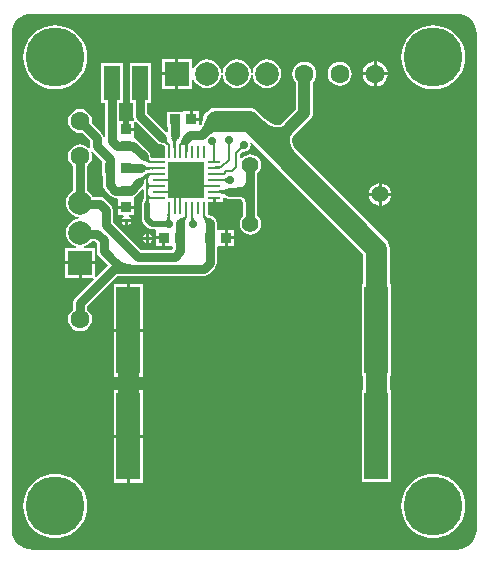
<source format=gtl>
G04 Layer_Physical_Order=1*
G04 Layer_Color=255*
%FSLAX44Y44*%
%MOMM*%
G71*
G01*
G75*
%ADD10R,0.8500X0.8500*%
%ADD11R,0.8500X0.8500*%
%ADD12R,3.1500X3.1500*%
%ADD13R,0.2500X1.0000*%
%ADD14R,1.0000X0.2500*%
%ADD15R,1.4000X3.0000*%
%ADD16R,2.0000X7.4000*%
%ADD17C,0.2000*%
%ADD18C,0.5000*%
%ADD19C,0.7500*%
%ADD20C,1.8000*%
%ADD21C,1.0000*%
%ADD22C,1.4000*%
%ADD23C,1.6000*%
%ADD24C,2.0000*%
%ADD25R,2.0000X2.0000*%
%ADD26R,2.0000X2.0000*%
%ADD27C,5.0000*%
%ADD28C,0.7000*%
%ADD29C,0.6000*%
G36*
X20000Y456890D02*
X380000D01*
X380048Y456900D01*
X383298Y456580D01*
X386469Y455618D01*
X389392Y454055D01*
X391953Y451953D01*
X394055Y449392D01*
X395618Y446469D01*
X396580Y443298D01*
X396900Y440048D01*
X396890Y440000D01*
Y20000D01*
X396900Y19952D01*
X396580Y16702D01*
X395618Y13531D01*
X394055Y10608D01*
X391953Y8047D01*
X389392Y5944D01*
X386469Y4382D01*
X383298Y3420D01*
X380048Y3100D01*
X380000Y3110D01*
X20000D01*
X20000Y3110D01*
Y3110D01*
X18756Y3218D01*
X16702Y3420D01*
X13531Y4382D01*
X10608Y5944D01*
X8047Y8047D01*
X5944Y10608D01*
X4382Y13531D01*
X3420Y16702D01*
X3100Y19952D01*
X3110Y20000D01*
Y440000D01*
X3110Y440000D01*
X3110D01*
X3218Y441244D01*
X3420Y443298D01*
X4382Y446469D01*
X5944Y449392D01*
X8047Y451953D01*
X10608Y454055D01*
X13531Y455618D01*
X16702Y456580D01*
X19952Y456900D01*
X20000Y456890D01*
D02*
G37*
%LPC*%
G36*
X191790Y265730D02*
X186270D01*
Y260210D01*
X191790D01*
Y265730D01*
D02*
G37*
G36*
X186270Y273790D02*
Y268270D01*
X191790D01*
Y273790D01*
X186270D01*
D02*
G37*
G36*
X114540Y228290D02*
X103270D01*
Y190020D01*
X114540D01*
Y228290D01*
D02*
G37*
G36*
X59730Y244730D02*
X48460D01*
Y233460D01*
X59730D01*
Y244730D01*
D02*
G37*
G36*
X313980Y313205D02*
X312760Y313044D01*
X310439Y312083D01*
X308446Y310554D01*
X306917Y308561D01*
X305956Y306240D01*
X305795Y305020D01*
X313980D01*
Y313205D01*
D02*
G37*
G36*
X316520Y313205D02*
Y305020D01*
X324705D01*
X324544Y306240D01*
X323583Y308561D01*
X322054Y310554D01*
X320061Y312083D01*
X317740Y313044D01*
X316520Y313205D01*
D02*
G37*
G36*
X324705Y302480D02*
X316520D01*
Y294295D01*
X317740Y294456D01*
X320061Y295417D01*
X322054Y296946D01*
X323583Y298939D01*
X324544Y301259D01*
X324705Y302480D01*
D02*
G37*
G36*
X313980D02*
X305795D01*
X305956Y301259D01*
X306917Y298939D01*
X308446Y296946D01*
X310439Y295417D01*
X312760Y294456D01*
X313980Y294295D01*
Y302480D01*
D02*
G37*
G36*
X100730Y228290D02*
X89460D01*
Y190020D01*
X100730D01*
Y228290D01*
D02*
G37*
G36*
Y97730D02*
X89460D01*
Y59460D01*
X100730D01*
Y97730D01*
D02*
G37*
G36*
X114540D02*
X103270D01*
Y59460D01*
X114540D01*
Y97730D01*
D02*
G37*
G36*
X40000Y67134D02*
X35755Y66800D01*
X31615Y65806D01*
X27682Y64176D01*
X24051Y61952D01*
X20814Y59186D01*
X18048Y55949D01*
X15824Y52318D01*
X14194Y48385D01*
X13200Y44245D01*
X12866Y40000D01*
X13200Y35755D01*
X14194Y31615D01*
X15824Y27682D01*
X18048Y24051D01*
X20814Y20814D01*
X24051Y18048D01*
X27682Y15824D01*
X31615Y14194D01*
X35755Y13200D01*
X40000Y12866D01*
X44245Y13200D01*
X48385Y14194D01*
X52318Y15824D01*
X55949Y18048D01*
X59186Y20814D01*
X61952Y24051D01*
X64176Y27682D01*
X65806Y31615D01*
X66800Y35755D01*
X67134Y40000D01*
X66800Y44245D01*
X65806Y48385D01*
X64176Y52318D01*
X61952Y55949D01*
X59186Y59186D01*
X55949Y61952D01*
X52318Y64176D01*
X48385Y65806D01*
X44245Y66800D01*
X40000Y67134D01*
D02*
G37*
G36*
X360000D02*
X355755Y66800D01*
X351615Y65806D01*
X347682Y64176D01*
X344051Y61952D01*
X340814Y59186D01*
X338048Y55949D01*
X335824Y52318D01*
X334194Y48385D01*
X333200Y44245D01*
X332866Y40000D01*
X333200Y35755D01*
X334194Y31615D01*
X335824Y27682D01*
X338048Y24051D01*
X340814Y20814D01*
X344051Y18048D01*
X347682Y15824D01*
X351615Y14194D01*
X355755Y13200D01*
X360000Y12866D01*
X364245Y13200D01*
X368385Y14194D01*
X372318Y15824D01*
X375949Y18048D01*
X379186Y20814D01*
X381952Y24051D01*
X384176Y27682D01*
X385806Y31615D01*
X386800Y35755D01*
X387134Y40000D01*
X386800Y44245D01*
X385806Y48385D01*
X384176Y52318D01*
X381952Y55949D01*
X379186Y59186D01*
X375949Y61952D01*
X372318Y64176D01*
X368385Y65806D01*
X364245Y66800D01*
X360000Y67134D01*
D02*
G37*
G36*
X100730Y187480D02*
X89460D01*
Y149210D01*
X100730D01*
Y187480D01*
D02*
G37*
G36*
X114540D02*
X103270D01*
Y149210D01*
X114540D01*
Y187480D01*
D02*
G37*
G36*
X100730Y138540D02*
X89460D01*
Y100270D01*
X100730D01*
Y138540D01*
D02*
G37*
G36*
X114540D02*
X103270D01*
Y100270D01*
X114540D01*
Y138540D01*
D02*
G37*
G36*
X360000Y447134D02*
X355755Y446800D01*
X351615Y445806D01*
X347682Y444176D01*
X344051Y441952D01*
X340814Y439186D01*
X338048Y435949D01*
X335824Y432318D01*
X334194Y428385D01*
X333200Y424245D01*
X332866Y420000D01*
X333200Y415755D01*
X334194Y411615D01*
X335824Y407682D01*
X338048Y404051D01*
X340814Y400814D01*
X344051Y398048D01*
X347682Y395824D01*
X351615Y394194D01*
X355755Y393200D01*
X360000Y392866D01*
X364245Y393200D01*
X368385Y394194D01*
X372318Y395824D01*
X375949Y398048D01*
X379186Y400814D01*
X381952Y404051D01*
X384176Y407682D01*
X385806Y411615D01*
X386800Y415755D01*
X387134Y420000D01*
X386800Y424245D01*
X385806Y428385D01*
X384176Y432318D01*
X381952Y435949D01*
X379186Y439186D01*
X375949Y441952D01*
X372318Y444176D01*
X368385Y445806D01*
X364245Y446800D01*
X360000Y447134D01*
D02*
G37*
G36*
X141630Y404730D02*
X130360D01*
Y393460D01*
X141630D01*
Y404730D01*
D02*
G37*
G36*
X155440Y418540D02*
X144170D01*
Y406000D01*
Y393460D01*
X155440D01*
Y402240D01*
X156710Y402492D01*
X157774Y399923D01*
X159706Y397406D01*
X162223Y395474D01*
X165154Y394260D01*
X168300Y393846D01*
X171446Y394260D01*
X174377Y395474D01*
X176894Y397406D01*
X178826Y399923D01*
X180040Y402854D01*
X180359Y405282D01*
X181640D01*
X181960Y402854D01*
X183174Y399923D01*
X185106Y397406D01*
X187623Y395474D01*
X190554Y394260D01*
X193700Y393846D01*
X196846Y394260D01*
X199777Y395474D01*
X202294Y397406D01*
X204226Y399923D01*
X205440Y402854D01*
X205760Y405282D01*
X207041D01*
X207360Y402854D01*
X208574Y399923D01*
X210506Y397406D01*
X213023Y395474D01*
X215954Y394260D01*
X219100Y393846D01*
X222246Y394260D01*
X225177Y395474D01*
X227694Y397406D01*
X229626Y399923D01*
X230840Y402854D01*
X231254Y406000D01*
X230840Y409146D01*
X229626Y412077D01*
X227694Y414594D01*
X225177Y416526D01*
X222246Y417740D01*
X219100Y418154D01*
X215954Y417740D01*
X213023Y416526D01*
X210506Y414594D01*
X208574Y412077D01*
X207360Y409146D01*
X207041Y406718D01*
X205760D01*
X205440Y409146D01*
X204226Y412077D01*
X202294Y414594D01*
X199777Y416526D01*
X196846Y417740D01*
X193700Y418154D01*
X190554Y417740D01*
X187623Y416526D01*
X185106Y414594D01*
X183174Y412077D01*
X181960Y409146D01*
X181640Y406718D01*
X180359D01*
X180040Y409146D01*
X178826Y412077D01*
X176894Y414594D01*
X174377Y416526D01*
X171446Y417740D01*
X168300Y418154D01*
X165154Y417740D01*
X162223Y416526D01*
X159706Y414594D01*
X157774Y412077D01*
X156710Y409507D01*
X155440Y409760D01*
Y418540D01*
D02*
G37*
G36*
X251000Y416137D02*
X248377Y415791D01*
X245932Y414779D01*
X243832Y413168D01*
X242221Y411068D01*
X241209Y408624D01*
X240863Y406000D01*
X241209Y403376D01*
X242221Y400932D01*
X243832Y398832D01*
X243889Y398789D01*
Y375945D01*
X236232Y368289D01*
X231265Y363506D01*
X230101Y362903D01*
X228874Y362596D01*
X227519Y362575D01*
X225982Y362869D01*
X224245Y363520D01*
X222320Y364559D01*
X220223Y366000D01*
X217971Y367850D01*
X216931Y368831D01*
X211881Y373881D01*
X209573Y375652D01*
X206885Y376766D01*
X204000Y377145D01*
X204000Y377145D01*
X176000D01*
X173115Y376766D01*
X170427Y375652D01*
X168119Y373881D01*
X166348Y371573D01*
X165235Y368885D01*
X165083Y367733D01*
X165025Y367583D01*
X164843Y366546D01*
X164601Y365595D01*
X164286Y364650D01*
X163895Y363711D01*
X163427Y362774D01*
X163060Y362148D01*
X161800Y362490D01*
X161790Y362496D01*
Y365980D01*
X155000D01*
Y367250D01*
X153730D01*
Y374040D01*
X148367D01*
X148210Y374040D01*
X147143Y373550D01*
X146940Y373550D01*
X134700D01*
Y360950D01*
X135086D01*
Y357063D01*
X133816Y356547D01*
X121182Y369182D01*
X121181Y369182D01*
X117914Y372449D01*
Y380950D01*
X121050D01*
Y415050D01*
X102950D01*
Y380950D01*
X106086D01*
Y370000D01*
X106537Y367737D01*
X107065Y366946D01*
X106310Y365790D01*
X105927Y365790D01*
X105927D01*
X105808Y365790D01*
X101270D01*
Y360270D01*
X106790D01*
Y364697D01*
X106790Y365094D01*
X107114Y365322D01*
X108060Y365577D01*
X112818Y360818D01*
X112818Y360818D01*
X125818Y347818D01*
X127737Y346536D01*
X129157Y346254D01*
X129301Y346203D01*
X129726Y346141D01*
X130000Y346086D01*
X130001Y346087D01*
X130263Y346027D01*
X130699Y345893D01*
X131136Y345722D01*
X131574Y345512D01*
X132015Y345261D01*
X132460Y344967D01*
X132700Y344787D01*
Y334300D01*
X121362D01*
X121325Y334364D01*
X121149Y334725D01*
X120991Y335115D01*
X120859Y335510D01*
X120619Y336515D01*
X120533Y337062D01*
X120466Y337246D01*
X120214Y338513D01*
X118932Y340432D01*
X110182Y349182D01*
X108263Y350463D01*
X107353Y350644D01*
X106713Y352067D01*
X106790Y352210D01*
X106790D01*
Y357730D01*
X100000D01*
Y359000D01*
X98730D01*
Y365790D01*
X93914D01*
Y380950D01*
X97050D01*
Y415050D01*
X78950D01*
Y380950D01*
X82086D01*
Y352614D01*
X80816Y352489D01*
X80463Y354263D01*
X79182Y356182D01*
X70930Y364433D01*
X71137Y366000D01*
X70791Y368624D01*
X69779Y371068D01*
X68168Y373168D01*
X66068Y374779D01*
X63624Y375791D01*
X61000Y376137D01*
X58376Y375791D01*
X55932Y374779D01*
X53832Y373168D01*
X52221Y371068D01*
X51209Y368624D01*
X50863Y366000D01*
X51209Y363376D01*
X52221Y360932D01*
X53832Y358832D01*
X55932Y357221D01*
X58376Y356209D01*
X61000Y355863D01*
X62567Y356070D01*
X69086Y349551D01*
Y345000D01*
X69340Y343727D01*
X68206Y343186D01*
X68154Y343178D01*
X66068Y344779D01*
X63624Y345791D01*
X61000Y346137D01*
X58376Y345791D01*
X55932Y344779D01*
X53832Y343168D01*
X52221Y341068D01*
X51209Y338624D01*
X50863Y336000D01*
X51209Y333376D01*
X52221Y330932D01*
X53832Y328832D01*
X55086Y327870D01*
Y307393D01*
X54923Y307326D01*
X52406Y305394D01*
X50474Y302877D01*
X49260Y299946D01*
X48846Y296800D01*
X49260Y293654D01*
X50474Y290723D01*
X52406Y288206D01*
X54923Y286274D01*
X57854Y285060D01*
X60282Y284741D01*
Y283459D01*
X57854Y283140D01*
X54923Y281926D01*
X52406Y279994D01*
X50474Y277477D01*
X49260Y274546D01*
X48846Y271400D01*
X49260Y268254D01*
X50474Y265323D01*
X52406Y262806D01*
X54923Y260874D01*
X57492Y259810D01*
X57240Y258540D01*
X48460D01*
Y247270D01*
X61000D01*
X73540D01*
Y258540D01*
X64760D01*
X64507Y259810D01*
X67077Y260874D01*
X69594Y262806D01*
X71037Y264686D01*
X72951D01*
X75086Y262551D01*
Y256000D01*
X75536Y253737D01*
X76818Y251818D01*
X84637Y244000D01*
X74810Y234173D01*
X73540Y234699D01*
Y244730D01*
X62270D01*
Y233460D01*
X72301D01*
X72827Y232190D01*
X56818Y216182D01*
X55536Y214263D01*
X55086Y212000D01*
Y206130D01*
X53832Y205167D01*
X52221Y203068D01*
X51209Y200623D01*
X50863Y198000D01*
X51209Y195376D01*
X52221Y192931D01*
X53832Y190832D01*
X55932Y189221D01*
X58376Y188208D01*
X61000Y187863D01*
X63624Y188208D01*
X66068Y189221D01*
X68168Y190832D01*
X69779Y192931D01*
X70791Y195376D01*
X71137Y198000D01*
X70791Y200623D01*
X69779Y203068D01*
X68168Y205167D01*
X66914Y206130D01*
Y209550D01*
X92450Y235086D01*
X166000D01*
X168263Y235536D01*
X170182Y236818D01*
X175182Y241818D01*
X176464Y243737D01*
X176914Y246000D01*
Y259408D01*
X178184Y260222D01*
X178210Y260210D01*
X178367Y260210D01*
X183730D01*
Y267000D01*
Y273790D01*
X178367D01*
X178210Y273790D01*
X178184Y273778D01*
X176914Y274592D01*
Y280000D01*
X176464Y282263D01*
X175182Y284182D01*
X173263Y285464D01*
X172053Y285704D01*
X171880Y285772D01*
X170719Y285982D01*
X170279Y286094D01*
X169860Y286225D01*
X169483Y286367D01*
X169300Y286451D01*
Y297210D01*
X173230D01*
Y301000D01*
X175770D01*
Y297210D01*
X182040D01*
Y300872D01*
X183310Y301490D01*
X184737Y300536D01*
X187000Y300086D01*
X195233D01*
X196185Y299918D01*
X196993Y299649D01*
X197632Y299305D01*
X198140Y298890D01*
X198555Y298382D01*
X198899Y297743D01*
X199168Y296935D01*
X199336Y295983D01*
Y285620D01*
X198796Y285205D01*
X197345Y283314D01*
X196433Y281112D01*
X196122Y278750D01*
X196433Y276388D01*
X197345Y274186D01*
X198796Y272295D01*
X200686Y270845D01*
X202887Y269933D01*
X205250Y269622D01*
X207613Y269933D01*
X209814Y270845D01*
X211705Y272295D01*
X213155Y274186D01*
X214067Y276388D01*
X214378Y278750D01*
X214067Y281112D01*
X213155Y283314D01*
X211705Y285205D01*
X211164Y285620D01*
Y306000D01*
Y321880D01*
X211705Y322295D01*
X213155Y324186D01*
X214067Y326387D01*
X214378Y328750D01*
X214067Y331113D01*
X213155Y333314D01*
X211705Y335205D01*
X209814Y336655D01*
X207613Y337567D01*
X205250Y337878D01*
X202887Y337567D01*
X200686Y336655D01*
X198796Y335205D01*
X197771Y333869D01*
X196501Y334300D01*
Y337853D01*
X198698Y340051D01*
X199750Y339841D01*
X201915Y340272D01*
X203751Y341499D01*
X204978Y343335D01*
X205409Y345500D01*
X205028Y347414D01*
X205793Y348035D01*
X206075Y348163D01*
X216119Y338119D01*
X216119Y338119D01*
X300855Y253384D01*
Y227800D01*
X299950D01*
Y149700D01*
X300855D01*
Y138050D01*
X299950D01*
Y59950D01*
X324050D01*
Y138050D01*
X323145D01*
Y149700D01*
X324050D01*
Y227800D01*
X323145D01*
Y258000D01*
X323145Y258000D01*
X322766Y260885D01*
X321652Y263573D01*
X319881Y265881D01*
X319881Y265881D01*
X246831Y338931D01*
X245849Y339972D01*
X244000Y342223D01*
X242559Y344320D01*
X241520Y346245D01*
X240869Y347982D01*
X240575Y349519D01*
X240596Y350874D01*
X240903Y352101D01*
X241248Y352767D01*
X244613Y356557D01*
X256028Y367972D01*
X257158Y369445D01*
X257869Y371160D01*
X258111Y373000D01*
Y398789D01*
X258168Y398832D01*
X259779Y400932D01*
X260791Y403376D01*
X261137Y406000D01*
X260791Y408624D01*
X259779Y411068D01*
X258168Y413168D01*
X256068Y414779D01*
X253624Y415791D01*
X251000Y416137D01*
D02*
G37*
G36*
X156270Y374040D02*
Y368520D01*
X161790D01*
Y374040D01*
X156270D01*
D02*
G37*
G36*
X40000Y447134D02*
X35755Y446800D01*
X31615Y445806D01*
X27682Y444176D01*
X24051Y441952D01*
X20814Y439186D01*
X18048Y435949D01*
X15824Y432318D01*
X14194Y428385D01*
X13200Y424245D01*
X12866Y420000D01*
X13200Y415755D01*
X14194Y411615D01*
X15824Y407682D01*
X18048Y404051D01*
X20814Y400814D01*
X24051Y398048D01*
X27682Y395824D01*
X31615Y394194D01*
X35755Y393200D01*
X40000Y392866D01*
X44245Y393200D01*
X48385Y394194D01*
X52318Y395824D01*
X55949Y398048D01*
X59186Y400814D01*
X61952Y404051D01*
X64176Y407682D01*
X65806Y411615D01*
X66800Y415755D01*
X67134Y420000D01*
X66800Y424245D01*
X65806Y428385D01*
X64176Y432318D01*
X61952Y435949D01*
X59186Y439186D01*
X55949Y441952D01*
X52318Y444176D01*
X48385Y445806D01*
X44245Y446800D01*
X40000Y447134D01*
D02*
G37*
G36*
X309730Y416464D02*
X308249Y416269D01*
X305685Y415207D01*
X303483Y413517D01*
X301793Y411315D01*
X300731Y408751D01*
X300536Y407270D01*
X309730D01*
Y416464D01*
D02*
G37*
G36*
X141630Y418540D02*
X130360D01*
Y407270D01*
X141630D01*
Y418540D01*
D02*
G37*
G36*
X312270Y416464D02*
Y407270D01*
X321464D01*
X321269Y408751D01*
X320207Y411315D01*
X318517Y413517D01*
X316315Y415207D01*
X313752Y416269D01*
X312270Y416464D01*
D02*
G37*
G36*
X309730Y404730D02*
X300536D01*
X300731Y403248D01*
X301793Y400685D01*
X303483Y398483D01*
X305685Y396793D01*
X308249Y395731D01*
X309730Y395536D01*
Y404730D01*
D02*
G37*
G36*
X321464D02*
X312270D01*
Y395536D01*
X313752Y395731D01*
X316315Y396793D01*
X318517Y398483D01*
X320207Y400685D01*
X321269Y403248D01*
X321464Y404730D01*
D02*
G37*
G36*
X281000Y416137D02*
X278377Y415791D01*
X275932Y414779D01*
X273832Y413168D01*
X272221Y411068D01*
X271209Y408624D01*
X270863Y406000D01*
X271209Y403376D01*
X272221Y400932D01*
X273832Y398832D01*
X275932Y397221D01*
X278377Y396209D01*
X281000Y395863D01*
X283624Y396209D01*
X286068Y397221D01*
X288168Y398832D01*
X289779Y400932D01*
X290791Y403376D01*
X291137Y406000D01*
X290791Y408624D01*
X289779Y411068D01*
X288168Y413168D01*
X286068Y414779D01*
X283624Y415791D01*
X281000Y416137D01*
D02*
G37*
%LPD*%
G36*
X177222Y357083D02*
X176108Y356888D01*
X175006Y356608D01*
X173917Y356245D01*
X172841Y355797D01*
X171778Y355266D01*
X170727Y354650D01*
X169689Y353951D01*
X168664Y353167D01*
X167652Y352300D01*
X166652Y351348D01*
X161348Y356652D01*
X162300Y357651D01*
X163951Y359689D01*
X164650Y360727D01*
X165266Y361778D01*
X165797Y362841D01*
X166245Y363917D01*
X166608Y365006D01*
X166888Y366107D01*
X167083Y367222D01*
X177222Y357083D01*
D02*
G37*
G36*
X133817Y351794D02*
X133952Y351198D01*
X134133Y350610D01*
X134361Y350030D01*
X134635Y349457D01*
X134956Y348892D01*
X135324Y348334D01*
X135738Y347784D01*
X136199Y347242D01*
X136707Y346707D01*
X135293Y345293D01*
X134758Y345801D01*
X134216Y346262D01*
X133666Y346676D01*
X133108Y347044D01*
X132543Y347365D01*
X131970Y347640D01*
X131390Y347867D01*
X130802Y348049D01*
X130206Y348183D01*
X129603Y348271D01*
X133729Y352397D01*
X133817Y351794D01*
D02*
G37*
G36*
X93333Y249046D02*
X94459Y248144D01*
X95630Y247349D01*
X96844Y246659D01*
X98103Y246076D01*
X99405Y245599D01*
X100751Y245227D01*
X102141Y244962D01*
X103575Y244803D01*
X105053Y244750D01*
X96000Y237250D01*
Y241000D01*
X92250Y250053D01*
X93333Y249046D01*
D02*
G37*
G36*
X79701Y331936D02*
Y319701D01*
X80087D01*
Y311999D01*
X80537Y309736D01*
X81819Y307818D01*
X86818Y302818D01*
X88737Y301537D01*
X91000Y301086D01*
X92408D01*
X93222Y299816D01*
X93210Y299790D01*
X93210Y299633D01*
Y294270D01*
X106790D01*
Y299633D01*
X106790Y299790D01*
X106300Y300857D01*
X106300Y301561D01*
X108182Y302818D01*
X113717Y308354D01*
X114890Y307868D01*
Y300507D01*
X114880Y300361D01*
X114845Y300081D01*
X114799Y299827D01*
X114742Y299600D01*
X114678Y299398D01*
X114607Y299220D01*
X114530Y299063D01*
X114448Y298925D01*
X114311Y298730D01*
X114230Y298548D01*
X113714Y297775D01*
X113361Y296000D01*
Y283000D01*
X113714Y281225D01*
X114720Y279720D01*
X118720Y275720D01*
X120225Y274714D01*
X122000Y274361D01*
X124177D01*
X125210Y273790D01*
Y268270D01*
X132000D01*
Y267000D01*
X133270D01*
Y260210D01*
X138790D01*
Y260210D01*
X138816Y260224D01*
X139835Y259616D01*
X139938Y258301D01*
X138551Y256914D01*
X112450D01*
X88914Y280450D01*
Y291000D01*
X88464Y293263D01*
X87182Y295182D01*
X82182Y300182D01*
X80263Y301464D01*
X78000Y301914D01*
X71925D01*
X71526Y302877D01*
X69594Y305394D01*
X67077Y307326D01*
X66914Y307393D01*
Y327870D01*
X68168Y328832D01*
X69779Y330932D01*
X70791Y333376D01*
X71137Y336000D01*
X70791Y338624D01*
X70490Y339351D01*
X71567Y340070D01*
X79701Y331936D01*
D02*
G37*
G36*
X151707Y284293D02*
X151409Y283967D01*
X151133Y283606D01*
X150879Y283212D01*
X150647Y282783D01*
X150436Y282320D01*
X150248Y281822D01*
X150082Y281291D01*
X149938Y280725D01*
X149715Y279491D01*
X145491Y283715D01*
X146125Y283816D01*
X147291Y284082D01*
X147822Y284248D01*
X148320Y284436D01*
X148783Y284646D01*
X149212Y284879D01*
X149606Y285133D01*
X149967Y285409D01*
X150293Y285707D01*
X151707Y284293D01*
D02*
G37*
G36*
X119020Y303620D02*
X119080Y303280D01*
X119180Y302980D01*
X119320Y302720D01*
X119500Y302500D01*
X119720Y302320D01*
X119980Y302180D01*
X120280Y302080D01*
X120620Y302020D01*
X121000Y302000D01*
Y300000D01*
X120620Y299980D01*
X120280Y299920D01*
X119980Y299820D01*
X119720Y299680D01*
X119500Y299500D01*
X119320Y299280D01*
X119227Y299107D01*
X119245Y299031D01*
X119353Y298693D01*
X119481Y298373D01*
X119628Y298072D01*
X119795Y297789D01*
X119981Y297525D01*
X116019D01*
X116205Y297789D01*
X116372Y298072D01*
X116519Y298373D01*
X116647Y298693D01*
X116755Y299031D01*
X116843Y299388D01*
X116912Y299763D01*
X116961Y300157D01*
X116990Y300569D01*
X117000Y301000D01*
X119000Y304000D01*
X119020Y303620D01*
D02*
G37*
G36*
X184350Y303347D02*
X183967Y303661D01*
X183482Y303942D01*
X182893Y304190D01*
X182201Y304405D01*
X181406Y304587D01*
X180508Y304736D01*
X178403Y304934D01*
X177196Y304984D01*
X175886Y305000D01*
Y307000D01*
X177196Y307017D01*
X180508Y307264D01*
X181406Y307413D01*
X182201Y307595D01*
X182893Y307810D01*
X183482Y308058D01*
X183967Y308339D01*
X184350Y308653D01*
Y303347D01*
D02*
G37*
G36*
X209000Y306000D02*
X201500Y294750D01*
X201425Y296175D01*
X201200Y297450D01*
X200825Y298575D01*
X200300Y299550D01*
X199625Y300375D01*
X198800Y301050D01*
X197825Y301575D01*
X196700Y301950D01*
X195425Y302175D01*
X194000Y302250D01*
Y309750D01*
X195425Y309825D01*
X196700Y310050D01*
X197825Y310425D01*
X198800Y310950D01*
X199625Y311625D01*
X200300Y312450D01*
X200825Y313425D01*
X201200Y314550D01*
X201425Y315825D01*
X201500Y317250D01*
X209000Y306000D01*
D02*
G37*
G36*
X143339Y350967D02*
X143058Y350482D01*
X142810Y349893D01*
X142595Y349201D01*
X142413Y348406D01*
X142265Y347508D01*
X142066Y345403D01*
X142017Y344196D01*
X142000Y342886D01*
X140000D01*
X139984Y344196D01*
X139735Y347508D01*
X139587Y348406D01*
X139405Y349201D01*
X139190Y349893D01*
X138942Y350482D01*
X138661Y350967D01*
X138347Y351350D01*
X143653D01*
X143339Y350967D01*
D02*
G37*
G36*
X149760Y349034D02*
X151000Y351000D01*
X150408Y348386D01*
X150444Y348350D01*
X153653D01*
X153339Y347967D01*
X153058Y347482D01*
X152810Y346893D01*
X152595Y346201D01*
X152413Y345406D01*
X152265Y344508D01*
X152066Y342403D01*
X152017Y341196D01*
X152000Y339886D01*
X150000D01*
X149984Y341196D01*
X149735Y344508D01*
X149587Y345406D01*
X149405Y346201D01*
X149229Y346768D01*
X149178Y346752D01*
X148680Y346564D01*
X148217Y346353D01*
X147788Y346121D01*
X147394Y345867D01*
X147033Y345591D01*
X146707Y345293D01*
X145293Y346707D01*
X145591Y347033D01*
X145867Y347394D01*
X146121Y347789D01*
X146354Y348217D01*
X146564Y348680D01*
X146752Y349178D01*
X146918Y349709D01*
X147062Y350275D01*
X147285Y351509D01*
X149760Y349034D01*
D02*
G37*
G36*
X216590Y366280D02*
X218965Y364328D01*
X221228Y362773D01*
X223378Y361613D01*
X225414Y360849D01*
X227338Y360481D01*
X229148Y360510D01*
X230845Y360934D01*
X232429Y361754D01*
X232649Y361936D01*
X238484Y367555D01*
X245555Y360484D01*
X243170Y358079D01*
X239512Y353960D01*
X238934Y352845D01*
X238510Y351148D01*
X238482Y349338D01*
X238849Y347414D01*
X239613Y345378D01*
X240773Y343228D01*
X242328Y340965D01*
X244280Y338590D01*
X246627Y336101D01*
X224000Y346000D01*
X214100Y368627D01*
X216590Y366280D01*
D02*
G37*
G36*
X118000Y321000D02*
D01*
X118000Y321000D01*
X121000Y320000D01*
X121000D01*
X121000Y320000D01*
X120620Y319980D01*
X120280Y319920D01*
X119980Y319820D01*
X119720Y319680D01*
X119500Y319500D01*
X119320Y319280D01*
X119180Y319020D01*
X119080Y318720D01*
X119020Y318380D01*
X119000Y318000D01*
X119000Y318000D01*
D01*
X117000Y316586D01*
X116986Y316952D01*
X116944Y317249D01*
X116873Y317479D01*
X116774Y317640D01*
X116646Y317732D01*
X116492Y317757D01*
X116247Y317425D01*
X115814Y316762D01*
X115454Y316122D01*
X115167Y315504D01*
X114953Y314908D01*
X114812Y314333D01*
X114744Y313781D01*
X110781Y317744D01*
X111333Y317812D01*
X111908Y317953D01*
X112504Y318167D01*
X113122Y318454D01*
X113762Y318814D01*
X114425Y319247D01*
X115109Y319752D01*
X116543Y320983D01*
X117293Y321707D01*
X118000Y321000D01*
D02*
G37*
G36*
X115282Y328340D02*
X115767Y328059D01*
X116356Y327811D01*
X117048Y327596D01*
X117843Y327414D01*
X118741Y327265D01*
X120846Y327067D01*
X121524Y327039D01*
X122211Y327080D01*
X122351Y327108D01*
X122451Y327141D01*
X122510Y327178D01*
X122530Y327220D01*
Y327011D01*
X123363Y327001D01*
Y325001D01*
X122530Y324990D01*
Y324781D01*
X122510Y324822D01*
X122451Y324860D01*
X122351Y324893D01*
X122211Y324921D01*
X122030Y324946D01*
X121782Y324964D01*
X118741Y324736D01*
X117843Y324588D01*
X117048Y324406D01*
X116356Y324191D01*
X115767Y323943D01*
X115282Y323662D01*
X114899Y323348D01*
Y328654D01*
X115282Y328340D01*
D02*
G37*
G36*
X185501Y313550D02*
X185215Y313825D01*
X184928Y314072D01*
X184638Y314289D01*
X184346Y314478D01*
X184051Y314638D01*
X183755Y314768D01*
X183456Y314869D01*
X183155Y314942D01*
X182852Y314986D01*
X182546Y315000D01*
Y317000D01*
X182852Y317015D01*
X183155Y317058D01*
X183456Y317131D01*
X183755Y317232D01*
X184051Y317362D01*
X184346Y317522D01*
X184638Y317710D01*
X184928Y317928D01*
X185215Y318174D01*
X185501Y318450D01*
Y313550D01*
D02*
G37*
G36*
X118567Y336110D02*
X118847Y334935D01*
X119029Y334390D01*
X119239Y333873D01*
X119477Y333384D01*
X119743Y332923D01*
X120036Y332490D01*
X120358Y332084D01*
X120707Y331707D01*
X119293Y330293D01*
X118916Y330642D01*
X118510Y330964D01*
X118077Y331257D01*
X117616Y331523D01*
X117127Y331761D01*
X116610Y331971D01*
X116065Y332153D01*
X115491Y332307D01*
X114890Y332434D01*
X114261Y332532D01*
X118468Y336739D01*
X118567Y336110D01*
D02*
G37*
G36*
X119020Y313620D02*
X119080Y313280D01*
X119180Y312980D01*
X119320Y312720D01*
X119500Y312500D01*
X119720Y312320D01*
X119980Y312180D01*
X120280Y312080D01*
X120620Y312020D01*
X121000Y312000D01*
Y310000D01*
X120620Y309980D01*
X120280Y309920D01*
X119980Y309820D01*
X119720Y309680D01*
X119500Y309500D01*
X119320Y309280D01*
X119180Y309020D01*
X119080Y308720D01*
X119020Y308380D01*
X119000Y308000D01*
X117000Y311000D01*
X119000Y314000D01*
X119020Y313620D01*
D02*
G37*
G36*
X137178Y287511D02*
X137141Y287451D01*
X137108Y287351D01*
X137079Y287211D01*
X137055Y287031D01*
X137020Y286551D01*
X137000Y285530D01*
X135000D01*
X134998Y285910D01*
X134921Y287211D01*
X134893Y287351D01*
X134860Y287451D01*
X134822Y287511D01*
X134781Y287530D01*
X137219D01*
X137178Y287511D01*
D02*
G37*
G36*
X167033Y285409D02*
X167394Y285133D01*
X167789Y284879D01*
X168217Y284646D01*
X168680Y284436D01*
X169178Y284248D01*
X169709Y284082D01*
X170275Y283938D01*
X171509Y283715D01*
X167285Y279491D01*
X167185Y280125D01*
X166918Y281291D01*
X166752Y281822D01*
X166564Y282320D01*
X166353Y282783D01*
X166121Y283211D01*
X165867Y283606D01*
X165591Y283967D01*
X165293Y284293D01*
X166707Y285707D01*
X167033Y285409D01*
D02*
G37*
G36*
X157016Y284279D02*
X157065Y283974D01*
X157147Y283685D01*
X157261Y283411D01*
X157408Y283153D01*
X157588Y282910D01*
X157801Y282683D01*
X158046Y282471D01*
X158323Y282276D01*
X158634Y282095D01*
X153938Y280695D01*
X154140Y281073D01*
X154618Y282140D01*
X154734Y282474D01*
X154904Y283107D01*
X154958Y283406D01*
X154989Y283695D01*
X155000Y283972D01*
X157000Y284600D01*
X157016Y284279D01*
D02*
G37*
G36*
X137015Y284149D02*
X137058Y283845D01*
X137130Y283544D01*
X137232Y283245D01*
X137362Y282949D01*
X137522Y282654D01*
X137711Y282362D01*
X137928Y282073D01*
X138174Y281785D01*
X138450Y281500D01*
X133550D01*
X133826Y281785D01*
X134072Y282073D01*
X134290Y282362D01*
X134478Y282654D01*
X134637Y282949D01*
X134768Y283245D01*
X134869Y283544D01*
X134942Y283845D01*
X134986Y284149D01*
X135000Y284454D01*
X137000D01*
X137015Y284149D01*
D02*
G37*
%LPC*%
G36*
X119520Y270366D02*
Y267770D01*
X122116D01*
X122056Y268076D01*
X121163Y269413D01*
X119826Y270306D01*
X119520Y270366D01*
D02*
G37*
G36*
X103867Y280230D02*
X101270D01*
Y277633D01*
X101576Y277694D01*
X102913Y278587D01*
X103806Y279924D01*
X103867Y280230D01*
D02*
G37*
G36*
X98730D02*
X96133D01*
X96194Y279924D01*
X97087Y278587D01*
X98424Y277694D01*
X98730Y277633D01*
Y280230D01*
D02*
G37*
G36*
X116980Y270366D02*
X116674Y270306D01*
X115337Y269413D01*
X114444Y268076D01*
X114383Y267770D01*
X116980D01*
Y270366D01*
D02*
G37*
G36*
X130730Y265730D02*
X125210D01*
Y260210D01*
X130730D01*
Y265730D01*
D02*
G37*
G36*
X106790Y291730D02*
X93210D01*
Y286210D01*
X97491D01*
X97877Y284940D01*
X97087Y284413D01*
X96194Y283076D01*
X96133Y282770D01*
X100000D01*
X103867D01*
X103806Y283076D01*
X102913Y284413D01*
X102123Y284940D01*
X102509Y286210D01*
X106790D01*
Y291730D01*
D02*
G37*
G36*
X122116Y265230D02*
X119520D01*
Y262633D01*
X119826Y262694D01*
X121163Y263587D01*
X122056Y264924D01*
X122116Y265230D01*
D02*
G37*
G36*
X116980D02*
X114383D01*
X114444Y264924D01*
X115337Y263587D01*
X116674Y262694D01*
X116980Y262633D01*
Y265230D01*
D02*
G37*
%LPD*%
D10*
X100000Y345000D02*
D03*
Y359000D02*
D03*
Y307000D02*
D03*
Y293000D02*
D03*
D11*
X155000Y367250D02*
D03*
X141000D02*
D03*
X86001Y326001D02*
D03*
X100001D02*
D03*
X171000Y267000D02*
D03*
X185000D02*
D03*
X146000D02*
D03*
X132000D02*
D03*
D12*
X151000Y316000D02*
D03*
D13*
X136000Y339500D02*
D03*
X141000D02*
D03*
X146000D02*
D03*
X151000D02*
D03*
X156000D02*
D03*
X161000D02*
D03*
X166000D02*
D03*
Y292500D02*
D03*
X161000D02*
D03*
X156000D02*
D03*
X151000D02*
D03*
X146000D02*
D03*
X141000D02*
D03*
X136000D02*
D03*
D14*
X174500Y331000D02*
D03*
Y326000D02*
D03*
Y321000D02*
D03*
Y316000D02*
D03*
Y311000D02*
D03*
Y306000D02*
D03*
Y301000D02*
D03*
X127500D02*
D03*
Y306000D02*
D03*
Y311000D02*
D03*
Y316000D02*
D03*
Y321000D02*
D03*
Y326000D02*
D03*
Y331000D02*
D03*
D15*
X88000Y398000D02*
D03*
X112000D02*
D03*
D16*
X312000Y188750D02*
D03*
X102000D02*
D03*
X312000Y99000D02*
D03*
X102000D02*
D03*
D17*
X127500Y306000D02*
X141000D01*
X140000Y305000D02*
X141000Y304000D01*
X174500Y306000D02*
X187000D01*
X186750Y332687D02*
Y349500D01*
X180763Y326700D02*
X186750Y332687D01*
X175200Y326700D02*
X180763D01*
X174500Y326000D02*
X175200Y326700D01*
X193391Y339141D02*
X199750Y345500D01*
X193391Y327141D02*
Y339141D01*
X189500Y323250D02*
X193391Y327141D01*
X184750Y323250D02*
X189500D01*
X182500Y321000D02*
X184750Y323250D01*
X174500Y321000D02*
X182500D01*
X172750Y348750D02*
X174500Y347000D01*
Y331000D02*
Y347000D01*
X127499Y326001D02*
X127500Y326000D01*
X112249Y326001D02*
X127499D01*
X127500Y316000D02*
X140000D01*
X151000D01*
X141000Y292500D02*
Y304000D01*
X146000Y292500D02*
Y311000D01*
X151000Y316000D01*
X141000Y306000D02*
X146000Y311000D01*
X151000Y316000D02*
X156000Y311000D01*
X174500D01*
X141000Y339500D02*
Y354000D01*
X151000Y285000D02*
Y292500D01*
X166000Y285000D02*
Y292500D01*
X118000Y321000D02*
X127500D01*
X118000Y321000D02*
X118000Y321000D01*
X118000Y301000D02*
X127500D01*
X118000Y311000D02*
X127500D01*
X118000Y301000D02*
Y311000D01*
Y321000D01*
X111000Y314000D02*
X118000Y321000D01*
X156000Y280000D02*
X157000Y279000D01*
X156000Y280000D02*
Y292500D01*
X146000Y280000D02*
X151000Y285000D01*
X114750Y336250D02*
X120000Y331000D01*
X127500D01*
X146000Y339500D02*
X146000Y339500D01*
Y346000D01*
X151000Y351000D01*
Y339500D02*
Y351000D01*
X136000Y339500D02*
Y346000D01*
X130000Y352000D02*
X136000Y346000D01*
X118000Y296000D02*
Y301000D01*
X174500Y316000D02*
X188000D01*
X166000Y285000D02*
X171000Y280000D01*
X136000Y279000D02*
Y292500D01*
D18*
X100000Y359000D02*
Y374000D01*
X122000Y279000D02*
X136000D01*
X118000Y283000D02*
X122000Y279000D01*
X118000Y283000D02*
Y296000D01*
D19*
X100001Y326001D02*
X112249D01*
X61000Y366000D02*
X75000Y352000D01*
Y345000D02*
Y352000D01*
Y345000D02*
X86001Y333999D01*
Y326001D02*
Y333999D01*
X106000Y345000D02*
X114750Y336250D01*
X104000Y307000D02*
X111000Y314000D01*
X146000Y268000D02*
Y280000D01*
X100000Y345000D02*
X106000D01*
X100000Y307000D02*
X104000D01*
X92000Y345000D02*
X100000D01*
X205250Y278750D02*
Y306000D01*
X187000D02*
X205250D01*
Y328750D01*
X141000Y354000D02*
Y367250D01*
X151000Y351000D02*
X154000Y354000D01*
X112000Y370000D02*
Y388000D01*
X117000Y365000D02*
X117000D01*
X112000Y370000D02*
X117000Y365000D01*
X117000D02*
X130000Y352000D01*
X171000Y246000D02*
Y267000D01*
X166000Y241000D02*
X171000Y246000D01*
X146000Y256000D02*
Y267000D01*
X141000Y251000D02*
X146000Y256000D01*
X110000Y251000D02*
X141000D01*
X96000Y241000D02*
X166000D01*
X81000Y256000D02*
Y265000D01*
X75400Y270600D02*
X81000Y265000D01*
X83000Y278000D02*
X110000Y251000D01*
X83000Y278000D02*
Y291000D01*
X78000Y296000D02*
X83000Y291000D01*
X91000Y307000D02*
X100000D01*
X86001Y311999D02*
X91000Y307000D01*
X86001Y311999D02*
Y326001D01*
X164000Y354000D02*
X176000Y366000D01*
X154000Y354000D02*
X164000D01*
X88000Y349000D02*
X92000Y345000D01*
X88000Y349000D02*
Y388000D01*
X61000Y363626D02*
Y366000D01*
Y296800D02*
Y336000D01*
X81000Y256000D02*
X96000Y241000D01*
X90000D02*
X96000D01*
X61000Y212000D02*
X90000Y241000D01*
X61000Y198000D02*
Y212000D01*
X171000Y268000D02*
X171000Y268000D01*
Y280000D01*
X61000Y296000D02*
X78000D01*
X61000Y270600D02*
X75400D01*
D20*
X176000Y366000D02*
X204000D01*
X224000Y346000D01*
X312000Y258000D01*
Y188750D02*
Y258000D01*
Y99000D02*
Y188750D01*
X102000Y99000D02*
Y188750D01*
D21*
X251000Y373000D02*
Y406000D01*
X224000Y346000D02*
X251000Y373000D01*
D22*
X205250Y278750D02*
D03*
Y328750D02*
D03*
X315250Y303750D02*
D03*
D23*
X61000Y198000D02*
D03*
Y336000D02*
D03*
X281000Y406000D02*
D03*
X61000Y366000D02*
D03*
X311000Y406000D02*
D03*
X251000D02*
D03*
D24*
X61000Y296800D02*
D03*
Y271400D02*
D03*
X219100Y406000D02*
D03*
X168300D02*
D03*
X193700D02*
D03*
D25*
X61000Y246000D02*
D03*
D26*
X142900Y406000D02*
D03*
D27*
X40000Y420000D02*
D03*
X360000D02*
D03*
X40000Y40000D02*
D03*
X360000D02*
D03*
D28*
X310000Y380000D02*
D03*
X325000Y350000D02*
D03*
X310000Y320000D02*
D03*
X325000Y290000D02*
D03*
X295000Y350000D02*
D03*
X280000Y320000D02*
D03*
Y260000D02*
D03*
X295000Y230000D02*
D03*
X280000Y200000D02*
D03*
X295000Y170000D02*
D03*
X280000Y140000D02*
D03*
X295000Y110000D02*
D03*
X280000Y80000D02*
D03*
X265000Y350000D02*
D03*
X250000Y260000D02*
D03*
X265000Y230000D02*
D03*
X250000Y200000D02*
D03*
X265000Y170000D02*
D03*
X250000Y140000D02*
D03*
X265000Y110000D02*
D03*
X250000Y80000D02*
D03*
X235000Y290000D02*
D03*
X220000Y260000D02*
D03*
X235000Y230000D02*
D03*
X220000Y200000D02*
D03*
X235000Y170000D02*
D03*
X220000Y140000D02*
D03*
X235000Y110000D02*
D03*
X220000Y80000D02*
D03*
X205000Y230000D02*
D03*
X190000Y200000D02*
D03*
X205000Y170000D02*
D03*
X190000Y140000D02*
D03*
X205000Y110000D02*
D03*
X190000Y80000D02*
D03*
X175000Y290000D02*
D03*
Y230000D02*
D03*
X160000Y200000D02*
D03*
X175000Y170000D02*
D03*
X160000Y140000D02*
D03*
X175000Y110000D02*
D03*
X160000Y80000D02*
D03*
X130000Y380000D02*
D03*
X145000Y230000D02*
D03*
X130000Y200000D02*
D03*
X145000Y170000D02*
D03*
X130000Y140000D02*
D03*
X145000Y110000D02*
D03*
X130000Y80000D02*
D03*
X70000Y380000D02*
D03*
X85000Y170000D02*
D03*
X70000Y140000D02*
D03*
X85000Y110000D02*
D03*
X70000Y80000D02*
D03*
X186750Y349500D02*
D03*
X199750Y345500D02*
D03*
X172750Y348750D02*
D03*
X157000Y279000D02*
D03*
X136000D02*
D03*
X188000Y316000D02*
D03*
D29*
X162000Y327000D02*
D03*
X151000D02*
D03*
X140000D02*
D03*
Y316000D02*
D03*
Y305000D02*
D03*
X151000D02*
D03*
X162000D02*
D03*
Y316000D02*
D03*
X151000D02*
D03*
M02*

</source>
